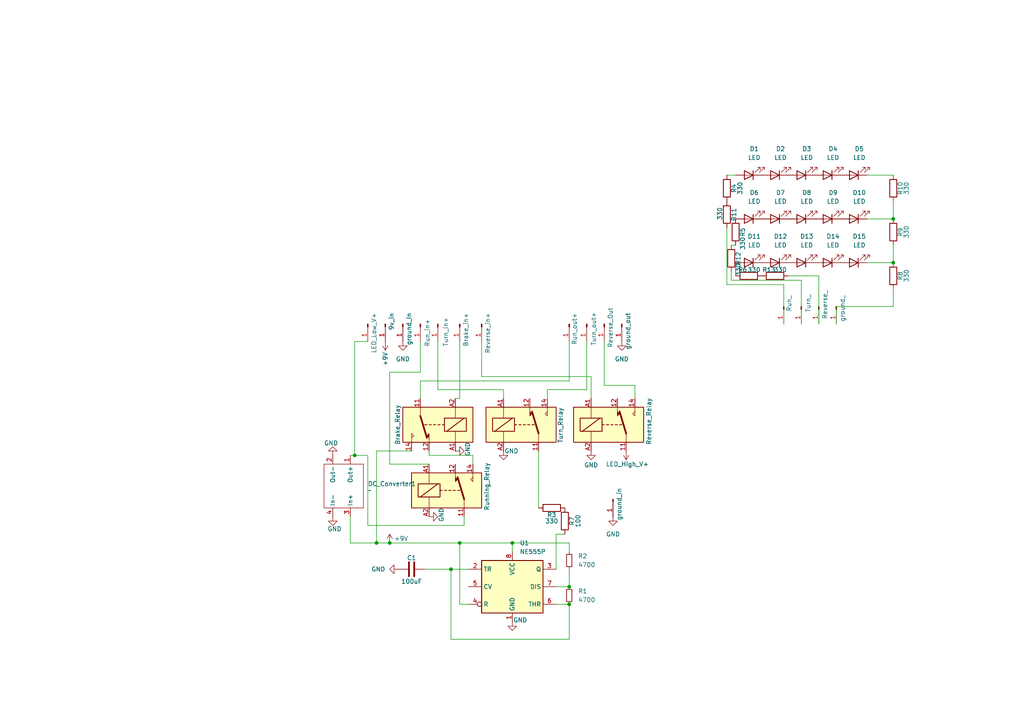
<source format=kicad_sch>
(kicad_sch (version 20250114) (generator "eeschema") (generator_version "9.0")
  (paper "A4")
  (lib_symbols
    (symbol "Connector:Conn_01x01_Pin" (pin_names (offset 1.016) (hide yes))
      (property "Reference" "J" (at 0 2.54 0))
      (property "Value" "Conn_01x01_Pin" (at 0 -2.54 0))
      (symbol "Conn_01x01_Pin_1_1"
        (rectangle (start 0.8636 0.127) (end 0 -0.127) (stroke (width 0.1524)) (fill (type outline)))
        (polyline (pts (xy 1.27 0) (xy 0.8636 0)) (stroke (width 0.1524)))
        (pin passive line (at 5.08 0 180) (length 3.81) (name "Pin_1") (number "1"))
      )
    )
    (symbol "Converter_DCDC:MH-MINI-360"
      (property "Reference" "DC_Converter" (at -1.27 3.81 0))
      (symbol "MH-MINI-360_0_1"
        (rectangle (start -7.62 5.08) (end 5.08 -6.35))
      )
      (symbol "MH-MINI-360_1_1"
        (pin output line (at -10.16 1.27 0) (length 2.54) (name "Out+") (number "1"))
        (pin output line (at -10.16 -3.81 0) (length 2.54) (name "Out-") (number "2"))
        (pin input line (at 7.62 1.27 180) (length 2.54) (name "In+") (number "3"))
        (pin input line (at 7.62 -3.81 180) (length 2.54) (name "In-") (number "4"))
      )
    )
    (symbol "Device:C" (pin_numbers (hide yes)) (pin_names (offset 0.254))
      (property "Reference" "C" (at 0.635 2.54 0))
      (property "Value" "C" (at 0.635 -2.54 0))
      (symbol "C_0_1"
        (polyline (pts (xy -2.032 0.762) (xy 2.032 0.762)) (stroke (width 0.508)))
        (polyline (pts (xy -2.032 -0.762) (xy 2.032 -0.762)) (stroke (width 0.508)))
      )
      (symbol "C_1_1"
        (pin passive line (at 0 3.81 270) (length 2.794) (name "~") (number "1"))
        (pin passive line (at 0 -3.81 90) (length 2.794) (name "~") (number "2"))
      )
    )
    (symbol "Device:LED" (pin_numbers (hide yes)) (pin_names (offset 1.016) (hide yes))
      (property "Reference" "D" (at 0 2.54 0))
      (property "Value" "LED" (at 0 -2.54 0))
      (symbol "LED_0_1"
        (polyline (pts (xy -3.048 -0.762) (xy -4.572 -2.286) (xy -3.81 -2.286) (xy -4.572 -2.286) (xy -4.572 -1.524)))
        (polyline (pts (xy -1.778 -0.762) (xy -3.302 -2.286) (xy -2.54 -2.286) (xy -3.302 -2.286) (xy -3.302 -1.524)))
        (polyline (pts (xy -1.27 0) (xy 1.27 0)))
        (polyline (pts (xy -1.27 -1.27) (xy -1.27 1.27)) (stroke (width 0.254)))
        (polyline (pts (xy 1.27 -1.27) (xy 1.27 1.27) (xy -1.27 0) (xy 1.27 -1.27)) (stroke (width 0.254)))
      )
      (symbol "LED_1_1"
        (pin passive line (at -3.81 0 0) (length 2.54) (name "K") (number "1"))
        (pin passive line (at 3.81 0 180) (length 2.54) (name "A") (number "2"))
      )
    )
    (symbol "Device:R" (pin_numbers (hide yes)) (pin_names (offset 0))
      (property "Reference" "R" (at 2.032 0 90))
      (property "Value" "R" (at 0 0 90))
      (symbol "R_0_1"
        (rectangle (start -1.016 -2.54) (end 1.016 2.54) (stroke (width 0.254)))
      )
      (symbol "R_1_1"
        (pin passive line (at 0 3.81 270) (length 1.27) (name "~") (number "1"))
        (pin passive line (at 0 -3.81 90) (length 1.27) (name "~") (number "2"))
      )
    )
    (symbol "Device:R_Small" (pin_numbers (hide yes)) (pin_names (offset 0.254) (hide yes))
      (property "Reference" "R" (at 0.762 0.508 0))
      (property "Value" "R_Small" (at 0.762 -1.016 0))
      (symbol "R_Small_0_1"
        (rectangle (start -0.762 1.778) (end 0.762 -1.778) (stroke (width 0.2032)))
      )
      (symbol "R_Small_1_1"
        (pin passive line (at 0 2.54 270) (length 0.762) (name "~") (number "1"))
        (pin passive line (at 0 -2.54 90) (length 0.762) (name "~") (number "2"))
      )
    )
    (symbol "Relay:JQC-3FF-009-1Z"
      (property "Reference" "K" (at 11.43 3.81 0))
      (property "Value" "JQC-3FF-009-1Z" (at 11.43 1.27 0))
      (symbol "JQC-3FF-009-1Z_0_0"
        (polyline (pts (xy 7.62 5.08) (xy 7.62 2.54) (xy 6.985 3.175) (xy 7.62 3.81)))
      )
      (symbol "JQC-3FF-009-1Z_0_1"
        (rectangle (start -10.16 5.08) (end 10.16 -5.08) (stroke (width 0.254)) (fill (type background)))
        (rectangle (start -8.255 1.905) (end -1.905 -1.905) (stroke (width 0.254)))
        (polyline (pts (xy -7.62 -1.905) (xy -2.54 1.905)) (stroke (width 0.254)))
        (polyline (pts (xy -5.08 5.08) (xy -5.08 1.905)))
        (polyline (pts (xy -5.08 -5.08) (xy -5.08 -1.905)))
        (polyline (pts (xy -1.905 0) (xy -1.27 0)) (stroke (width 0.254)))
        (polyline (pts (xy -0.635 0) (xy 0 0)) (stroke (width 0.254)))
        (polyline (pts (xy 0.635 0) (xy 1.27 0)) (stroke (width 0.254)))
        (polyline (pts (xy 1.905 0) (xy 2.54 0)) (stroke (width 0.254)))
        (polyline (pts (xy 2.54 5.08) (xy 2.54 2.54) (xy 3.175 3.175) (xy 2.54 3.81)) (fill (type outline)))
        (polyline (pts (xy 3.175 0) (xy 3.81 0)) (stroke (width 0.254)))
        (polyline (pts (xy 5.08 -2.54) (xy 3.175 3.81)) (stroke (width 0.508)))
        (polyline (pts (xy 5.08 -2.54) (xy 5.08 -5.08)))
      )
      (symbol "JQC-3FF-009-1Z_1_1"
        (pin passive line (at -5.08 7.62 270) (length 2.54) (name "~") (number "A1"))
        (pin passive line (at -5.08 -7.62 90) (length 2.54) (name "~") (number "A2"))
        (pin passive line (at 2.54 7.62 270) (length 2.54) (name "~") (number "12"))
        (pin passive line (at 5.08 -7.62 90) (length 2.54) (name "~") (number "11"))
        (pin passive line (at 7.62 7.62 270) (length 2.54) (name "~") (number "14"))
      )
    )
    (symbol "Timer:NE555P"
      (property "Reference" "U" (at -10.16 8.89 0))
      (property "Value" "NE555P" (at 2.54 8.89 0))
      (symbol "NE555P_0_0"
        (pin power_in line (at 0 10.16 270) (length 2.54) (name "VCC") (number "8"))
        (pin power_in line (at 0 -10.16 90) (length 2.54) (name "GND") (number "1"))
      )
      (symbol "NE555P_0_1"
        (rectangle (start -8.89 -7.62) (end 8.89 7.62) (stroke (width 0.254)) (fill (type background)))
        (rectangle (start -8.89 -7.62) (end 8.89 7.62) (stroke (width 0.254)) (fill (type background)))
      )
      (symbol "NE555P_1_1"
        (pin input line (at -12.7 5.08 0) (length 3.81) (name "TR") (number "2"))
        (pin input line (at -12.7 0 0) (length 3.81) (name "CV") (number "5"))
        (pin input inverted (at -12.7 -5.08 0) (length 3.81) (name "R") (number "4"))
        (pin output line (at 12.7 5.08 180) (length 3.81) (name "Q") (number "3"))
        (pin input line (at 12.7 0 180) (length 3.81) (name "DIS") (number "7"))
        (pin input line (at 12.7 -5.08 180) (length 3.81) (name "THR") (number "6"))
      )
    )
    (symbol "power:+9V" (power) (pin_numbers (hide yes)) (pin_names (offset 0) (hide yes))
      (property "Value" "+9V" (at 0 3.556 0))
      (symbol "+9V_0_1"
        (polyline (pts (xy -0.762 1.27) (xy 0 2.54)))
        (polyline (pts (xy 0 2.54) (xy 0.762 1.27)))
        (polyline (pts (xy 0 0) (xy 0 2.54)))
      )
      (symbol "+9V_1_1"
        (pin power_in line (at 0 0 90) (length 0) (name "~") (number "1"))
      )
    )
    (symbol "power:GND" (power) (pin_numbers (hide yes)) (pin_names (offset 0) (hide yes))
      (property "Value" "GND" (at 0 -3.81 0))
      (symbol "GND_0_1"
        (polyline (pts (xy 0 0) (xy 0 -1.27) (xy 1.27 -1.27) (xy 0 -2.54) (xy -1.27 -1.27) (xy 0 -1.27)))
      )
      (symbol "GND_1_1"
        (pin power_in line (at 0 0 270) (length 0) (name "~") (number "1"))
      )
    )
  )
  (junction (at 113.03 157.48))
  (junction (at 259.08 63.5))
  (junction (at 109.22 157.48))
  (junction (at 165.1 170.18))
  (junction (at 102.87 132.08))
  (junction (at 259.08 76.2))
  (junction (at 148.59 157.48))
  (junction (at 165.1 175.26))
  (junction (at 130.81 165.1))
  (junction (at 133.35 157.48))
  (wire (pts (xy 170.18 113.03) (xy 170.18 99.06)))
  (wire (pts (xy 212.09 78.74) (xy 212.09 81.28)))
  (wire (pts (xy 102.87 99.06) (xy 106.68 99.06)))
  (wire (pts (xy 113.03 157.48) (xy 109.22 157.48)))
  (wire (pts (xy 251.46 50.8) (xy 259.08 50.8)))
  (wire (pts (xy 113.03 157.48) (xy 133.35 157.48)))
  (wire (pts (xy 133.35 157.48) (xy 148.59 157.48)))
  (wire (pts (xy 137.16 132.08) (xy 124.46 132.08)))
  (wire (pts (xy 139.7 99.06) (xy 139.7 109.22)))
  (wire (pts (xy 127 113.03) (xy 146.05 113.03)))
  (wire (pts (xy 171.45 109.22) (xy 171.45 115.57)))
  (wire (pts (xy 228.6 80.01) (xy 237.49 80.01)))
  (wire (pts (xy 251.46 63.5) (xy 259.08 63.5)))
  (wire (pts (xy 161.29 154.94) (xy 163.83 154.94)))
  (wire (pts (xy 184.15 111.76) (xy 175.26 111.76)))
  (wire (pts (xy 232.41 81.28) (xy 232.41 93.98)))
  (wire (pts (xy 134.62 152.4) (xy 134.62 149.86)))
  (wire (pts (xy 130.81 185.42) (xy 130.81 165.1)))
  (wire (pts (xy 135.89 175.26) (xy 133.35 175.26)))
  (wire (pts (xy 161.29 170.18) (xy 165.1 170.18)))
  (wire (pts (xy 212.09 71.12) (xy 213.36 71.12)))
  (wire (pts (xy 227.33 82.55) (xy 210.82 82.55)))
  (wire (pts (xy 213.36 80.01) (xy 213.36 76.2)))
  (wire (pts (xy 165.1 185.42) (xy 130.81 185.42)))
  (wire (pts (xy 184.15 115.57) (xy 184.15 111.76)))
  (wire (pts (xy 259.08 83.82) (xy 259.08 88.9)))
  (wire (pts (xy 237.49 80.01) (xy 237.49 93.98)))
  (wire (pts (xy 242.57 88.9) (xy 259.08 88.9)))
  (wire (pts (xy 109.22 157.48) (xy 109.22 130.81)))
  (wire (pts (xy 251.46 76.2) (xy 259.08 76.2)))
  (wire (pts (xy 158.75 115.57) (xy 158.75 113.03)))
  (wire (pts (xy 137.16 134.62) (xy 137.16 132.08)))
  (wire (pts (xy 106.68 132.08) (xy 106.68 152.4)))
  (wire (pts (xy 121.92 110.49) (xy 165.1 110.49)))
  (wire (pts (xy 227.33 82.55) (xy 227.33 93.98)))
  (wire (pts (xy 121.92 115.57) (xy 121.92 110.49)))
  (wire (pts (xy 175.26 111.76) (xy 175.26 99.06)))
  (wire (pts (xy 130.81 165.1) (xy 135.89 165.1)))
  (wire (pts (xy 113.03 107.95) (xy 121.92 107.95)))
  (wire (pts (xy 156.21 130.81) (xy 156.21 147.32)))
  (wire (pts (xy 148.59 157.48) (xy 165.1 157.48)))
  (wire (pts (xy 232.41 81.28) (xy 212.09 81.28)))
  (wire (pts (xy 124.46 134.62) (xy 113.03 134.62)))
  (wire (pts (xy 133.35 175.26) (xy 133.35 157.48)))
  (wire (pts (xy 210.82 50.8) (xy 213.36 50.8)))
  (wire (pts (xy 148.59 157.48) (xy 148.59 160.02)))
  (wire (pts (xy 165.1 157.48) (xy 165.1 160.02)))
  (wire (pts (xy 109.22 130.81) (xy 119.38 130.81)))
  (wire (pts (xy 139.7 109.22) (xy 171.45 109.22)))
  (wire (pts (xy 146.05 113.03) (xy 146.05 115.57)))
  (wire (pts (xy 133.35 99.06) (xy 133.35 115.57)))
  (wire (pts (xy 242.57 88.9) (xy 242.57 93.98)))
  (wire (pts (xy 158.75 113.03) (xy 170.18 113.03)))
  (wire (pts (xy 101.6 132.08) (xy 102.87 132.08)))
  (wire (pts (xy 259.08 58.42) (xy 259.08 63.5)))
  (wire (pts (xy 165.1 175.26) (xy 165.1 185.42)))
  (wire (pts (xy 259.08 71.12) (xy 259.08 76.2)))
  (wire (pts (xy 102.87 99.06) (xy 102.87 132.08)))
  (wire (pts (xy 101.6 149.86) (xy 101.6 157.48)))
  (wire (pts (xy 165.1 110.49) (xy 165.1 99.06)))
  (wire (pts (xy 133.35 115.57) (xy 132.08 115.57)))
  (wire (pts (xy 109.22 157.48) (xy 101.6 157.48)))
  (wire (pts (xy 161.29 175.26) (xy 165.1 175.26)))
  (wire (pts (xy 113.03 134.62) (xy 113.03 107.95)))
  (wire (pts (xy 127 99.06) (xy 127 113.03)))
  (wire (pts (xy 165.1 165.1) (xy 165.1 170.18)))
  (wire (pts (xy 161.29 165.1) (xy 161.29 154.94)))
  (wire (pts (xy 121.92 107.95) (xy 121.92 99.06)))
  (wire (pts (xy 124.46 132.08) (xy 124.46 130.81)))
  (wire (pts (xy 102.87 132.08) (xy 106.68 132.08)))
  (wire (pts (xy 123.19 165.1) (xy 130.81 165.1)))
  (wire (pts (xy 106.68 152.4) (xy 134.62 152.4)))
  (wire (pts (xy 210.82 66.04) (xy 210.82 82.55)))
  (symbol (lib_id "Device:R") (at 210.82 62.23 180) (unit 1)
    (property "Reference" "R11" (at 212.852 62.23 90))
    (property "Value" "330" (at 208.788 61.976 90))
    (property "Footprint" "Resistor_SMD:R_1206_3216Metric_Pad1.30x1.75mm_HandSolder" (effects (hide yes)))
    (property "Description" "Resistor" (effects (hide yes)))
  )
  (symbol (lib_id "Connector:Conn_01x01_Pin") (at 175.26 93.98 270) (unit 1)
    (property "Reference" "J5" (effects (hide yes)))
    (property "Value" "Reverse_Out" (at 177.038 89.154 0) (effects (justify left)))
    (property "Footprint" "Connector_PinHeader_2.54mm:PinHeader_1x01_P2.54mm_Vertical" (effects (hide yes)))
    (property "Description" "Generic connector, single row, 01x01, script generated" (effects (hide yes)))
  )
  (symbol (lib_id "Connector:Conn_01x01_Pin") (at 177.8 144.78 270) (unit 1)
    (property "Reference" "J11" (effects (hide yes)))
    (property "Value" "ground_in" (at 179.578 141.478 0) (effects (justify left)))
    (property "Footprint" "Connector_PinHeader_2.54mm:PinHeader_1x01_P2.54mm_Vertical" (effects (hide yes)))
    (property "Description" "Generic connector, single row, 01x01, script generated" (effects (hide yes)))
  )
  (symbol (lib_id "Connector:Conn_01x01_Pin") (at 116.84 93.98 270) (unit 1)
    (property "Reference" "J8" (effects (hide yes)))
    (property "Value" "ground_in" (at 118.618 90.678 0) (effects (justify left)))
    (property "Footprint" "Connector_PinHeader_2.54mm:PinHeader_1x01_P2.54mm_Vertical" (effects (hide yes)))
    (property "Description" "Generic connector, single row, 01x01, script generated" (effects (hide yes)))
  )
  (symbol (lib_id "Device:LED") (at 240.03 50.8 180) (unit 1)
    (property "Reference" "D4" (at 241.6175 43.18 0))
    (property "Value" "LED" (at 241.6175 45.72 0))
    (property "Footprint" "LED_SMD:LED_1206_3216Metric_Pad1.42x1.75mm_HandSolder" (effects (hide yes)))
    (property "Description" "Light emitting diode" (effects (hide yes)))
    (property "Sim.Pins" "1=K 2=A" (effects (hide yes)))
  )
  (symbol (lib_id "power:+9V") (at 113.03 157.48 0) (unit 1)
    (property "Reference" "#PWR01" (effects (hide yes)))
    (property "Value" "+9V" (at 114.3 156.21 0) (effects (justify left)))
    (property "Description" "Power symbol creates a global label with name \"+9V\"" (effects (hide yes)))
  )
  (symbol (lib_id "Relay:JQC-3FF-009-1Z") (at 129.54 142.24 0) (unit 1)
    (property "Reference" "K4" (effects (hide yes)))
    (property "Value" "Running_Relay" (at 141.224 148.082 90) (effects (justify left)))
    (property "Footprint" "Relay_THT:Relay_SPDT_Hongfa_JQC-3FF_0XX-1Z" (effects (hide yes)))
    (property "Datasheet" "https://www.digikey.com/htmldatasheets/production/2071105/0/0/1/JQC-3FF.pdf" (effects (hide yes)))
    (property "Description" "Subminiature High Power SPDT Relay, 9V Coil nom. 0.36W, 10A switching current, max 10A@277VAC/28VDC" (effects (hide yes)))
  )
  (symbol (lib_id "Device:LED") (at 224.79 50.8 180) (unit 1)
    (property "Reference" "D2" (at 226.3775 43.18 0))
    (property "Value" "LED" (at 226.3775 45.72 0))
    (property "Footprint" "LED_SMD:LED_1206_3216Metric_Pad1.42x1.75mm_HandSolder" (effects (hide yes)))
    (property "Description" "Light emitting diode" (effects (hide yes)))
    (property "Sim.Pins" "1=K 2=A" (effects (hide yes)))
  )
  (symbol (lib_id "Device:LED") (at 247.65 76.2 180) (unit 1)
    (property "Reference" "D15" (at 249.2375 68.58 0))
    (property "Value" "LED" (at 249.2375 71.12 0))
    (property "Footprint" "LED_SMD:LED_1206_3216Metric_Pad1.42x1.75mm_HandSolder" (effects (hide yes)))
    (property "Description" "Light emitting diode" (effects (hide yes)))
    (property "Sim.Pins" "1=K 2=A" (effects (hide yes)))
  )
  (symbol (lib_id "Device:LED") (at 232.41 50.8 180) (unit 1)
    (property "Reference" "D3" (at 233.9975 43.18 0))
    (property "Value" "LED" (at 233.9975 45.72 0))
    (property "Footprint" "LED_SMD:LED_1206_3216Metric_Pad1.42x1.75mm_HandSolder" (effects (hide yes)))
    (property "Description" "Light emitting diode" (effects (hide yes)))
    (property "Sim.Pins" "1=K 2=A" (effects (hide yes)))
  )
  (symbol (lib_id "Connector:Conn_01x01_Pin") (at 170.18 93.98 270) (unit 1)
    (property "Reference" "J6" (effects (hide yes)))
    (property "Value" "Turn_out+" (at 172.212 90.424 0) (effects (justify left)))
    (property "Footprint" "Connector_PinHeader_2.54mm:PinHeader_1x01_P2.54mm_Vertical" (effects (hide yes)))
    (property "Description" "Generic connector, single row, 01x01, script generated" (effects (hide yes)))
  )
  (symbol (lib_id "Connector:Conn_01x01_Pin") (at 106.68 93.98 270) (unit 1)
    (property "Reference" "J12" (effects (hide yes)))
    (property "Value" "LED_Low_V+" (at 108.458 90.678 0) (effects (justify left)))
    (property "Footprint" "Connector_PinHeader_2.54mm:PinHeader_1x01_P2.54mm_Vertical" (effects (hide yes)))
    (property "Description" "Generic connector, single row, 01x01, script generated" (effects (hide yes)))
  )
  (symbol (lib_id "Device:LED") (at 217.17 76.2 180) (unit 1)
    (property "Reference" "D11" (at 218.7575 68.58 0))
    (property "Value" "LED" (at 218.7575 71.12 0))
    (property "Footprint" "LED_SMD:LED_1206_3216Metric_Pad1.42x1.75mm_HandSolder" (effects (hide yes)))
    (property "Description" "Light emitting diode" (effects (hide yes)))
    (property "Sim.Pins" "1=K 2=A" (effects (hide yes)))
  )
  (symbol (lib_id "Relay:JQC-3FF-009-1Z") (at 151.13 123.19 0) (unit 1)
    (property "Reference" "K2" (effects (hide yes)))
    (property "Value" "Turn_Relay" (at 162.56 128.524 90) (effects (justify left)))
    (property "Footprint" "Relay_THT:Relay_SPDT_Hongfa_JQC-3FF_0XX-1Z" (effects (hide yes)))
    (property "Datasheet" "https://www.digikey.com/htmldatasheets/production/2071105/0/0/1/JQC-3FF.pdf" (effects (hide yes)))
    (property "Description" "Subminiature High Power SPDT Relay, 9V Coil nom. 0.36W, 10A switching current, max 10A@277VAC/28VDC" (effects (hide yes)))
  )
  (symbol (lib_id "Device:R") (at 163.83 151.13 180) (unit 1)
    (property "Reference" "R7" (at 165.862 151.13 90))
    (property "Value" "100" (at 167.64 151.13 90))
    (property "Footprint" "Resistor_SMD:R_1206_3216Metric_Pad1.30x1.75mm_HandSolder" (effects (hide yes)))
    (property "Description" "Resistor" (effects (hide yes)))
  )
  (symbol (lib_id "Device:R") (at 213.36 67.31 180) (unit 1)
    (property "Reference" "R5" (at 215.392 67.31 90))
    (property "Value" "330" (at 215.392 70.612 90))
    (property "Footprint" "Resistor_SMD:R_1206_3216Metric_Pad1.30x1.75mm_HandSolder" (effects (hide yes)))
    (property "Description" "Resistor" (effects (hide yes)))
  )
  (symbol (lib_id "power:GND") (at 177.8 149.86 0) (unit 1)
    (property "Reference" "#PWR012" (effects (hide yes)))
    (property "Value" "GND" (at 177.8 154.94 0))
    (property "Description" "Power symbol creates a global label with name \"GND\" , ground" (effects (hide yes)))
  )
  (symbol (lib_id "Connector:Conn_01x01_Pin") (at 133.35 93.98 270) (unit 1)
    (property "Reference" "J2" (effects (hide yes)))
    (property "Value" "Brake_in+" (at 135.128 90.678 0) (effects (justify left)))
    (property "Footprint" "Connector_PinHeader_2.54mm:PinHeader_1x01_P2.54mm_Vertical" (effects (hide yes)))
    (property "Description" "Generic connector, single row, 01x01, script generated" (effects (hide yes)))
  )
  (symbol (lib_id "Relay:JQC-3FF-009-1Z") (at 127 123.19 180) (unit 1)
    (property "Reference" "K1" (effects (hide yes)))
    (property "Value" "Brake_Relay" (at 115.316 117.348 90) (effects (justify left)))
    (property "Footprint" "Relay_THT:Relay_SPDT_Hongfa_JQC-3FF_0XX-1Z" (effects (hide yes)))
    (property "Datasheet" "https://www.digikey.com/htmldatasheets/production/2071105/0/0/1/JQC-3FF.pdf" (effects (hide yes)))
    (property "Description" "Subminiature High Power SPDT Relay, 9V Coil nom. 0.36W, 10A switching current, max 10A@277VAC/28VDC" (effects (hide yes)))
  )
  (symbol (lib_id "power:+9V") (at 181.61 130.81 180) (unit 1)
    (property "Reference" "#PWR011" (effects (hide yes)))
    (property "Value" "LED_High_V+" (at 188.214 134.62 0) (effects (justify left)))
    (property "Description" "Power symbol creates a global label with name \"+9V\"" (effects (hide yes)))
  )
  (symbol (lib_id "Converter_DCDC:MH-MINI-360") (at 100.33 142.24 270) (unit 1)
    (property "Reference" "DC_Converter1" (at 106.68 140.3349 90) (effects (justify left)))
    (property "Value" "~" (at 106.68 142.24 90) (effects (justify left)))
    (property "Footprint" "Converter_DCDC:MH-MINI-360" (effects (hide yes)))
  )
  (symbol (lib_id "Connector:Conn_01x01_Pin") (at 180.34 93.98 270) (unit 1)
    (property "Reference" "J7" (effects (hide yes)))
    (property "Value" "ground_out" (at 182.118 90.678 0) (effects (justify left)))
    (property "Footprint" "Connector_PinHeader_2.54mm:PinHeader_1x01_P2.54mm_Vertical" (effects (hide yes)))
    (property "Description" "Generic connector, single row, 01x01, script generated" (effects (hide yes)))
  )
  (symbol (lib_id "Device:LED") (at 232.41 63.5 180) (unit 1)
    (property "Reference" "D8" (at 233.9975 55.88 0))
    (property "Value" "LED" (at 233.9975 58.42 0))
    (property "Footprint" "LED_SMD:LED_1206_3216Metric_Pad1.42x1.75mm_HandSolder" (effects (hide yes)))
    (property "Description" "Light emitting diode" (effects (hide yes)))
    (property "Sim.Pins" "1=K 2=A" (effects (hide yes)))
  )
  (symbol (lib_id "Connector:Conn_01x01_Pin") (at 121.92 93.98 270) (unit 1)
    (property "Reference" "J1" (effects (hide yes)))
    (property "Value" "Run_in+" (at 123.952 92.456 0) (effects (justify left)))
    (property "Footprint" "Connector_PinHeader_2.54mm:PinHeader_1x01_P2.54mm_Vertical" (effects (hide yes)))
    (property "Description" "Generic connector, single row, 01x01, script generated" (effects (hide yes)))
  )
  (symbol (lib_id "Device:R") (at 217.17 80.01 270) (unit 1)
    (property "Reference" "R6" (at 215.392 78.232 90))
    (property "Value" "330" (at 218.694 78.232 90))
    (property "Footprint" "Resistor_SMD:R_1206_3216Metric_Pad1.30x1.75mm_HandSolder" (effects (hide yes)))
    (property "Description" "Resistor" (effects (hide yes)))
  )
  (symbol (lib_id "Connector:Conn_01x01_Pin") (at 139.7 93.98 270) (unit 1)
    (property "Reference" "J10" (effects (hide yes)))
    (property "Value" "Reverse_in+" (at 141.478 90.678 0) (effects (justify left)))
    (property "Footprint" "Connector_PinHeader_2.54mm:PinHeader_1x01_P2.54mm_Vertical" (effects (hide yes)))
    (property "Description" "Generic connector, single row, 01x01, script generated" (effects (hide yes)))
  )
  (symbol (lib_id "Connector:Conn_01x01_Pin") (at 242.57 88.9 270) (unit 1)
    (property "Reference" "J16" (effects (hide yes)))
    (property "Value" "ground_" (at 244.348 85.598 0) (effects (justify left)))
    (property "Footprint" "Connector_PinHeader_2.54mm:PinHeader_1x01_P2.54mm_Vertical" (effects (hide yes)))
    (property "Description" "Generic connector, single row, 01x01, script generated" (effects (hide yes)))
  )
  (symbol (lib_id "Device:LED") (at 240.03 63.5 180) (unit 1)
    (property "Reference" "D9" (at 241.6175 55.88 0))
    (property "Value" "LED" (at 241.6175 58.42 0))
    (property "Footprint" "LED_SMD:LED_1206_3216Metric_Pad1.42x1.75mm_HandSolder" (effects (hide yes)))
    (property "Description" "Light emitting diode" (effects (hide yes)))
    (property "Sim.Pins" "1=K 2=A" (effects (hide yes)))
  )
  (symbol (lib_id "power:GND") (at 180.34 99.06 0) (unit 1)
    (property "Reference" "#PWR07" (effects (hide yes)))
    (property "Value" "GND" (at 180.34 104.14 0))
    (property "Description" "Power symbol creates a global label with name \"GND\" , ground" (effects (hide yes)))
  )
  (symbol (lib_id "Device:R") (at 212.09 74.93 180) (unit 1)
    (property "Reference" "R12" (at 214.122 74.93 90))
    (property "Value" "330" (at 214.122 78.232 90))
    (property "Footprint" "Resistor_SMD:R_1206_3216Metric_Pad1.30x1.75mm_HandSolder" (effects (hide yes)))
    (property "Description" "Resistor" (effects (hide yes)))
  )
  (symbol (lib_id "power:+9V") (at 111.76 99.06 180) (unit 1)
    (property "Reference" "#PWR09" (effects (hide yes)))
    (property "Value" "+9V" (at 111.76 102.108 90) (effects (justify left)))
    (property "Description" "Power symbol creates a global label with name \"+9V\"" (effects (hide yes)))
  )
  (symbol (lib_id "power:GND") (at 115.57 165.1 270) (unit 1)
    (property "Reference" "#PWR06" (effects (hide yes)))
    (property "Value" "GND" (at 111.76 165.0999 90) (effects (justify right)))
    (property "Description" "Power symbol creates a global label with name \"GND\" , ground" (effects (hide yes)))
  )
  (symbol (lib_id "Device:LED") (at 232.41 76.2 180) (unit 1)
    (property "Reference" "D13" (at 233.9975 68.58 0))
    (property "Value" "LED" (at 233.9975 71.12 0))
    (property "Footprint" "LED_SMD:LED_1206_3216Metric_Pad1.42x1.75mm_HandSolder" (effects (hide yes)))
    (property "Description" "Light emitting diode" (effects (hide yes)))
    (property "Sim.Pins" "1=K 2=A" (effects (hide yes)))
  )
  (symbol (lib_id "power:GND") (at 148.59 180.34 0) (unit 1)
    (property "Reference" "#PWR04" (effects (hide yes)))
    (property "Value" "GND" (at 150.876 179.832 0))
    (property "Description" "Power symbol creates a global label with name \"GND\" , ground" (effects (hide yes)))
  )
  (symbol (lib_id "Device:LED") (at 224.79 76.2 180) (unit 1)
    (property "Reference" "D12" (at 226.3775 68.58 0))
    (property "Value" "LED" (at 226.3775 71.12 0))
    (property "Footprint" "LED_SMD:LED_1206_3216Metric_Pad1.42x1.75mm_HandSolder" (effects (hide yes)))
    (property "Description" "Light emitting diode" (effects (hide yes)))
    (property "Sim.Pins" "1=K 2=A" (effects (hide yes)))
  )
  (symbol (lib_id "power:GND") (at 146.05 130.81 0) (unit 1)
    (property "Reference" "#PWR05" (effects (hide yes)))
    (property "Value" "GND" (at 148.336 130.81 0))
    (property "Description" "Power symbol creates a global label with name \"GND\" , ground" (effects (hide yes)))
  )
  (symbol (lib_id "Timer:NE555P") (at 148.59 170.18 0) (unit 1)
    (property "Reference" "U1" (at 150.7333 157.48 0) (effects (justify left)))
    (property "Value" "NE555P" (at 150.7333 160.02 0) (effects (justify left)))
    (property "Footprint" "Package_DIP:DIP-8_W7.62mm" (effects (hide yes)))
    (property "Datasheet" "http://www.ti.com/lit/ds/symlink/ne555.pdf" (effects (hide yes)))
    (property "Description" "Precision Timers, 555 compatible,  PDIP-8" (effects (hide yes)))
  )
  (symbol (lib_id "Connector:Conn_01x01_Pin") (at 165.1 93.98 270) (unit 1)
    (property "Reference" "J4" (effects (hide yes)))
    (property "Value" "Run_out+" (at 166.624 90.678 0) (effects (justify left)))
    (property "Footprint" "Connector_PinHeader_2.54mm:PinHeader_1x01_P2.54mm_Vertical" (effects (hide yes)))
    (property "Description" "Generic connector, single row, 01x01, script generated" (effects (hide yes)))
  )
  (symbol (lib_id "Device:LED") (at 247.65 50.8 180) (unit 1)
    (property "Reference" "D5" (at 249.2375 43.18 0))
    (property "Value" "LED" (at 249.2375 45.72 0))
    (property "Footprint" "LED_SMD:LED_1206_3216Metric_Pad1.42x1.75mm_HandSolder" (effects (hide yes)))
    (property "Description" "Light emitting diode" (effects (hide yes)))
    (property "Sim.Pins" "1=K 2=A" (effects (hide yes)))
  )
  (symbol (lib_id "power:GND") (at 171.45 130.81 0) (unit 1)
    (property "Reference" "#PWR03" (effects (hide yes)))
    (property "Value" "GND" (at 171.45 134.874 0))
    (property "Description" "Power symbol creates a global label with name \"GND\" , ground" (effects (hide yes)))
  )
  (symbol (lib_id "Device:LED") (at 217.17 63.5 180) (unit 1)
    (property "Reference" "D6" (at 218.7575 55.88 0))
    (property "Value" "LED" (at 218.7575 58.42 0))
    (property "Footprint" "LED_SMD:LED_1206_3216Metric_Pad1.42x1.75mm_HandSolder" (effects (hide yes)))
    (property "Description" "Light emitting diode" (effects (hide yes)))
    (property "Sim.Pins" "1=K 2=A" (effects (hide yes)))
  )
  (symbol (lib_id "Connector:Conn_01x01_Pin") (at 227.33 88.9 270) (unit 1)
    (property "Reference" "J13" (effects (hide yes)))
    (property "Value" "Run_" (at 228.854 85.598 0) (effects (justify left)))
    (property "Footprint" "Connector_PinHeader_2.54mm:PinHeader_1x01_P2.54mm_Vertical" (effects (hide yes)))
    (property "Description" "Generic connector, single row, 01x01, script generated" (effects (hide yes)))
  )
  (symbol (lib_id "Device:R") (at 259.08 67.31 180) (unit 1)
    (property "Reference" "R9" (at 261.112 67.31 90))
    (property "Value" "330" (at 262.89 67.31 90))
    (property "Footprint" "Resistor_SMD:R_1206_3216Metric_Pad1.30x1.75mm_HandSolder" (effects (hide yes)))
    (property "Description" "Resistor" (effects (hide yes)))
  )
  (symbol (lib_id "Device:LED") (at 217.17 50.8 180) (unit 1)
    (property "Reference" "D1" (at 218.7575 43.18 0))
    (property "Value" "LED" (at 218.7575 45.72 0))
    (property "Footprint" "LED_SMD:LED_1206_3216Metric_Pad1.42x1.75mm_HandSolder" (effects (hide yes)))
    (property "Description" "Light emitting diode" (effects (hide yes)))
    (property "Sim.Pins" "1=K 2=A" (effects (hide yes)))
  )
  (symbol (lib_id "power:GND") (at 96.52 149.86 0) (unit 1)
    (property "Reference" "#PWR014" (effects (hide yes)))
    (property "Value" "GND" (at 97.028 153.416 0))
    (property "Description" "Power symbol creates a global label with name \"GND\" , ground" (effects (hide yes)))
  )
  (symbol (lib_id "Device:R") (at 160.02 147.32 90) (unit 1)
    (property "Reference" "R3" (at 160.02 149.352 90))
    (property "Value" "330" (at 160.02 151.13 90))
    (property "Footprint" "Resistor_SMD:R_1206_3216Metric_Pad1.30x1.75mm_HandSolder" (effects (hide yes)))
    (property "Description" "Resistor" (effects (hide yes)))
  )
  (symbol (lib_id "power:GND") (at 116.84 99.06 0) (unit 1)
    (property "Reference" "#PWR08" (effects (hide yes)))
    (property "Value" "GND" (at 116.84 104.14 0))
    (property "Description" "Power symbol creates a global label with name \"GND\" , ground" (effects (hide yes)))
  )
  (symbol (lib_id "Connector:Conn_01x01_Pin") (at 232.41 88.9 270) (unit 1)
    (property "Reference" "J14" (effects (hide yes)))
    (property "Value" "Turn_" (at 234.442 85.344 0) (effects (justify left)))
    (property "Footprint" "Connector_PinHeader_2.54mm:PinHeader_1x01_P2.54mm_Vertical" (effects (hide yes)))
    (property "Description" "Generic connector, single row, 01x01, script generated" (effects (hide yes)))
  )
  (symbol (lib_id "Device:LED") (at 247.65 63.5 180) (unit 1)
    (property "Reference" "D10" (at 249.2375 55.88 0))
    (property "Value" "LED" (at 249.2375 58.42 0))
    (property "Footprint" "LED_SMD:LED_1206_3216Metric_Pad1.42x1.75mm_HandSolder" (effects (hide yes)))
    (property "Description" "Light emitting diode" (effects (hide yes)))
    (property "Sim.Pins" "1=K 2=A" (effects (hide yes)))
  )
  (symbol (lib_id "power:GND") (at 124.46 149.86 90) (unit 1)
    (property "Reference" "#PWR010" (effects (hide yes)))
    (property "Value" "GND" (at 128.016 149.352 0))
    (property "Description" "Power symbol creates a global label with name \"GND\" , ground" (effects (hide yes)))
  )
  (symbol (lib_id "Relay:JQC-3FF-009-1Z") (at 176.53 123.19 0) (unit 1)
    (property "Reference" "K3" (effects (hide yes)))
    (property "Value" "Reverse_Relay" (at 188.214 129.032 90) (effects (justify left)))
    (property "Footprint" "Relay_THT:Relay_SPDT_Hongfa_JQC-3FF_0XX-1Z" (effects (hide yes)))
    (property "Datasheet" "https://www.digikey.com/htmldatasheets/production/2071105/0/0/1/JQC-3FF.pdf" (effects (hide yes)))
    (property "Description" "Subminiature High Power SPDT Relay, 9V Coil nom. 0.36W, 10A switching current, max 10A@277VAC/28VDC" (effects (hide yes)))
  )
  (symbol (lib_id "Device:LED") (at 240.03 76.2 180) (unit 1)
    (property "Reference" "D14" (at 241.6175 68.58 0))
    (property "Value" "LED" (at 241.6175 71.12 0))
    (property "Footprint" "LED_SMD:LED_1206_3216Metric_Pad1.42x1.75mm_HandSolder" (effects (hide yes)))
    (property "Description" "Light emitting diode" (effects (hide yes)))
    (property "Sim.Pins" "1=K 2=A" (effects (hide yes)))
  )
  (symbol (lib_id "Device:R") (at 259.08 54.61 180) (unit 1)
    (property "Reference" "R10" (at 261.112 54.61 90))
    (property "Value" "330" (at 262.89 54.61 90))
    (property "Footprint" "Resistor_SMD:R_1206_3216Metric_Pad1.30x1.75mm_HandSolder" (effects (hide yes)))
    (property "Description" "Resistor" (effects (hide yes)))
  )
  (symbol (lib_id "Device:R") (at 210.82 54.61 180) (unit 1)
    (property "Reference" "R4" (at 212.852 54.61 90))
    (property "Value" "330" (at 214.63 54.61 90))
    (property "Footprint" "Resistor_SMD:R_1206_3216Metric_Pad1.30x1.75mm_HandSolder" (effects (hide yes)))
    (property "Description" "Resistor" (effects (hide yes)))
  )
  (symbol (lib_id "Device:C") (at 119.38 165.1 90) (unit 1)
    (property "Reference" "C1" (at 119.38 161.798 90))
    (property "Value" "100uF" (at 119.38 168.656 90))
    (property "Footprint" "Capacitor_Tantalum_SMD:CP_EIA-3528-12_Kemet-T_Pad1.50x2.35mm_HandSolder" (effects (hide yes)))
    (property "Description" "Unpolarized capacitor" (effects (hide yes)))
  )
  (symbol (lib_id "Device:R_Small") (at 165.1 162.56 0) (unit 1)
    (property "Reference" "R2" (at 167.64 161.2899 0) (effects (justify left)))
    (property "Value" "4700" (at 167.64 163.8299 0) (effects (justify left)))
    (property "Footprint" "Resistor_SMD:R_1206_3216Metric" (effects (hide yes)))
    (property "Description" "Resistor, small symbol" (effects (hide yes)))
  )
  (symbol (lib_id "power:GND") (at 96.52 132.08 180) (unit 1)
    (property "Reference" "#PWR013" (effects (hide yes)))
    (property "Value" "GND" (at 96.012 128.524 0))
    (property "Description" "Power symbol creates a global label with name \"GND\" , ground" (effects (hide yes)))
  )
  (symbol (lib_id "Connector:Conn_01x01_Pin") (at 237.49 88.9 270) (unit 1)
    (property "Reference" "J15" (effects (hide yes)))
    (property "Value" "Reverse_" (at 239.268 84.074 0) (effects (justify left)))
    (property "Footprint" "Connector_PinHeader_2.54mm:PinHeader_1x01_P2.54mm_Vertical" (effects (hide yes)))
    (property "Description" "Generic connector, single row, 01x01, script generated" (effects (hide yes)))
  )
  (symbol (lib_id "Connector:Conn_01x01_Pin") (at 111.76 93.98 270) (unit 1)
    (property "Reference" "J9" (effects (hide yes)))
    (property "Value" "9v_in" (at 113.538 90.678 0) (effects (justify left)))
    (property "Footprint" "Connector_PinHeader_2.54mm:PinHeader_1x01_P2.54mm_Vertical" (effects (hide yes)))
    (property "Description" "Generic connector, single row, 01x01, script generated" (effects (hide yes)))
  )
  (symbol (lib_id "Connector:Conn_01x01_Pin") (at 127 93.98 270) (unit 1)
    (property "Reference" "J3" (effects (hide yes)))
    (property "Value" "Turn_in+" (at 129.286 91.948 0) (effects (justify left)))
    (property "Footprint" "Connector_PinHeader_2.54mm:PinHeader_1x01_P2.54mm_Vertical" (effects (hide yes)))
    (property "Description" "Generic connector, single row, 01x01, script generated" (effects (hide yes)))
  )
  (symbol (lib_id "Device:LED") (at 224.79 63.5 180) (unit 1)
    (property "Reference" "D7" (at 226.3775 55.88 0))
    (property "Value" "LED" (at 226.3775 58.42 0))
    (property "Footprint" "LED_SMD:LED_1206_3216Metric_Pad1.42x1.75mm_HandSolder" (effects (hide yes)))
    (property "Description" "Light emitting diode" (effects (hide yes)))
    (property "Sim.Pins" "1=K 2=A" (effects (hide yes)))
  )
  (symbol (lib_id "Device:R") (at 224.79 80.01 270) (unit 1)
    (property "Reference" "R13" (at 223.012 78.232 90))
    (property "Value" "330" (at 226.314 78.232 90))
    (property "Footprint" "Resistor_SMD:R_1206_3216Metric_Pad1.30x1.75mm_HandSolder" (effects (hide yes)))
    (property "Description" "Resistor" (effects (hide yes)))
  )
  (symbol (lib_id "Device:R_Small") (at 165.1 172.72 0) (unit 1)
    (property "Reference" "R1" (at 167.64 171.4499 0) (effects (justify left)))
    (property "Value" "4700" (at 167.64 173.9899 0) (effects (justify left)))
    (property "Footprint" "Resistor_SMD:R_1206_3216Metric" (effects (hide yes)))
    (property "Description" "Resistor, small symbol" (effects (hide yes)))
  )
  (symbol (lib_id "power:GND") (at 132.08 130.81 90) (unit 1)
    (property "Reference" "#PWR02" (effects (hide yes)))
    (property "Value" "GND" (at 135.636 130.302 0))
    (property "Description" "Power symbol creates a global label with name \"GND\" , ground" (effects (hide yes)))
  )
  (symbol (lib_id "Device:R") (at 259.08 80.01 180) (unit 1)
    (property "Reference" "R8" (at 261.112 80.01 90))
    (property "Value" "330" (at 262.89 80.01 90))
    (property "Footprint" "Resistor_SMD:R_1206_3216Metric_Pad1.30x1.75mm_HandSolder" (effects (hide yes)))
    (property "Description" "Resistor" (effects (hide yes)))
  )
)
</source>
